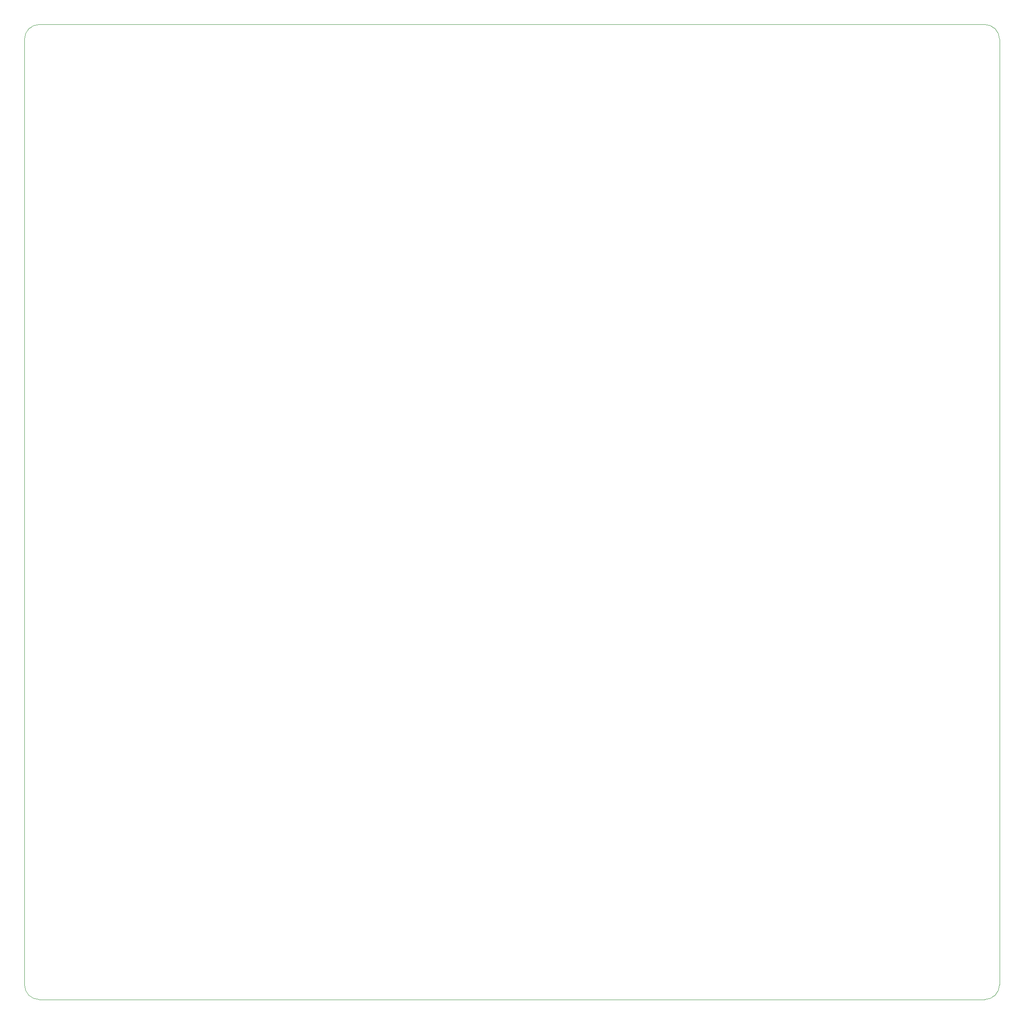
<source format=gbr>
G04 #@! TF.GenerationSoftware,KiCad,Pcbnew,7.0.6*
G04 #@! TF.CreationDate,2023-10-21T01:30:07+00:00*
G04 #@! TF.ProjectId,HeatedBedFoil,48656174-6564-4426-9564-466f696c2e6b,rev?*
G04 #@! TF.SameCoordinates,Original*
G04 #@! TF.FileFunction,Profile,NP*
%FSLAX46Y46*%
G04 Gerber Fmt 4.6, Leading zero omitted, Abs format (unit mm)*
G04 Created by KiCad (PCBNEW 7.0.6) date 2023-10-21 01:30:07*
%MOMM*%
%LPD*%
G01*
G04 APERTURE LIST*
G04 #@! TA.AperFunction,Profile*
%ADD10C,0.050000*%
G04 #@! TD*
G04 APERTURE END LIST*
D10*
X43000000Y-40000000D02*
G75*
G03*
X40000000Y-43000000I0J-3000000D01*
G01*
X237000000Y-240000000D02*
X43000000Y-240000000D01*
X240000000Y-43000000D02*
X240000000Y-237000000D01*
X240000000Y-43000000D02*
G75*
G03*
X237000000Y-40000000I-3000000J0D01*
G01*
X40000000Y-237000000D02*
G75*
G03*
X43000000Y-240000000I3000000J0D01*
G01*
X40000000Y-237000000D02*
X40000000Y-43000000D01*
X237000000Y-240000000D02*
G75*
G03*
X240000000Y-237000000I0J3000000D01*
G01*
X43000000Y-40000000D02*
X237000000Y-40000000D01*
M02*

</source>
